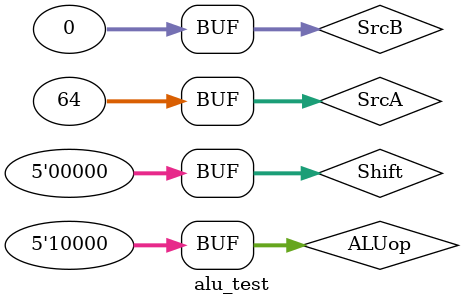
<source format=v>
`timescale 1ns / 1ps


module alu_test;

	// Inputs
	reg [31:0] SrcA;
	reg [31:0] SrcB;
	reg [4:0] Shift;
	reg [4:0] ALUop;

	// Outputs
	wire [31:0] ALUresult;

	// Instantiate the Unit Under Test (UUT)
	alu_E uut (
		.SrcA(SrcA), 
		.SrcB(SrcB), 
		.Shift(Shift), 
		.ALUop(ALUop), 
		.ALUresult(ALUresult)
	);

	initial begin
		// Initialize Inputs
		SrcA = 64;
		SrcB = 0;
		Shift = 0;
		ALUop = 16;

		// Wait 100 ns for global reset to finish
        
		// Add stimulus here

	end
      
endmodule


</source>
